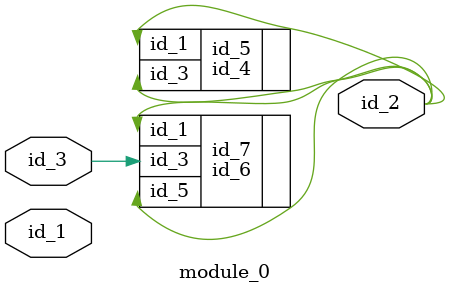
<source format=v>
module module_0 (
    id_1,
    id_2,
    id_3
);
  input id_3;
  output id_2;
  input id_1;
  id_4 id_5 (
      .id_1(id_3),
      .id_1(id_2),
      .id_3(1),
      .id_3(id_2),
      .id_1(id_2)
  );
  id_6 id_7 (
      .id_1(id_2),
      .id_5(id_5),
      .id_3(id_5),
      .id_5(id_2),
      .id_3(id_1),
      .id_3(id_3)
  );
  id_8 id_9 (
      .id_7(id_7),
      .id_7(1)
  );
endmodule

</source>
